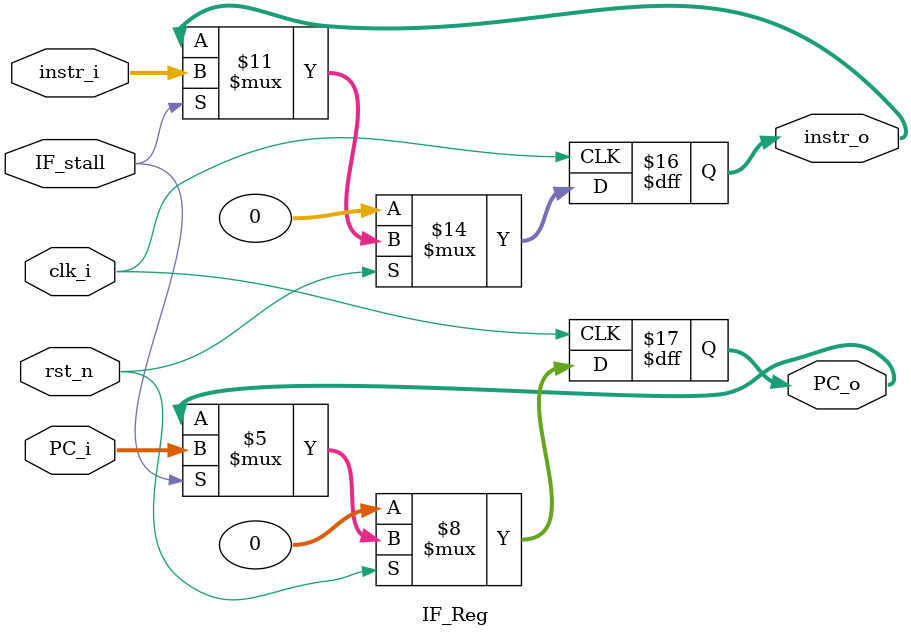
<source format=v>
module IF_Reg( clk_i, rst_n, instr_i, PC_i, instr_o, PC_o, IF_stall );

//I/O ports
input           clk_i;
input           rst_n;
input  [32-1:0] instr_i;
input  [32-1:0] PC_i;
input			IF_stall;

output reg [32-1:0] instr_o;
output reg [32-1:0] PC_o;   

//Writing data when postive edge clk_i was set.
always @( posedge clk_i  ) begin
    if(rst_n == 0) begin
	    instr_o <= 0;
	    PC_o <= 0;
	end
	else if(IF_stall == 0) begin
	    instr_o <= instr_o;
	    PC_o <= PC_o;
	end
    else begin
    	instr_o <= instr_i;
	    PC_o <= PC_i;
	end
end

endmodule

</source>
